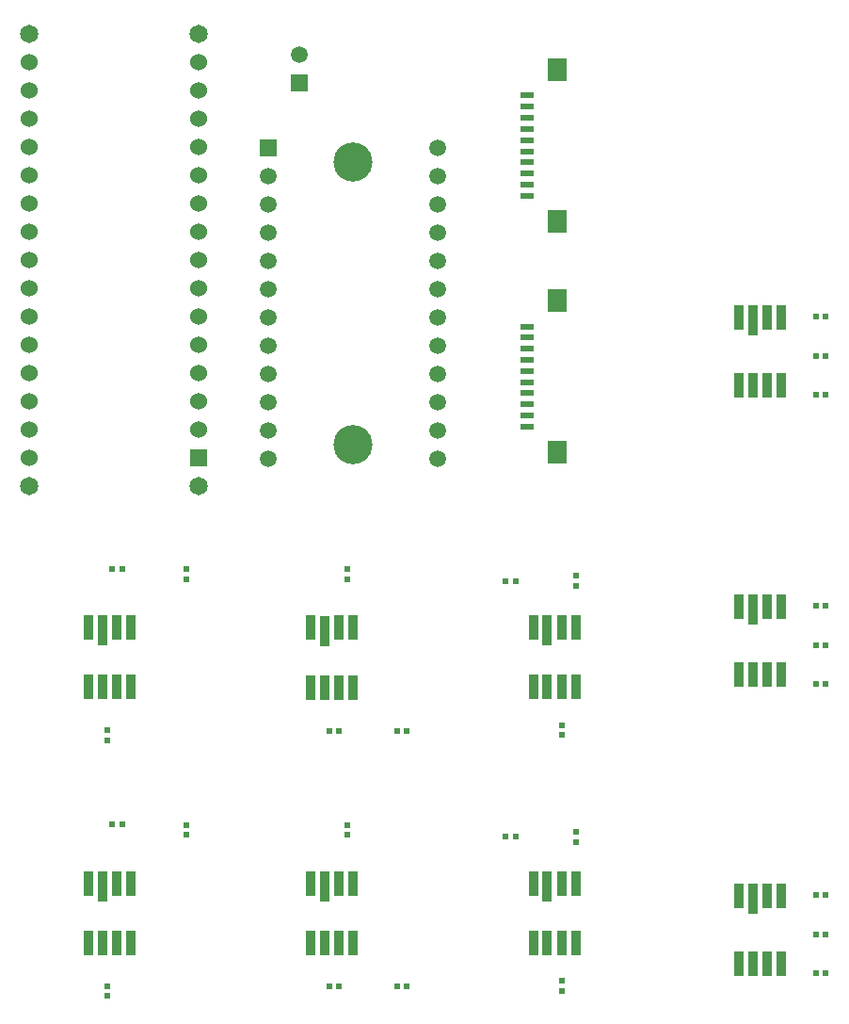
<source format=gbr>
%TF.GenerationSoftware,Altium Limited,Altium Designer,24.3.1 (35)*%
G04 Layer_Color=255*
%FSLAX45Y45*%
%MOMM*%
%TF.SameCoordinates,065391E9-2A1D-4ECE-AA0D-878B158C5FC5*%
%TF.FilePolarity,Positive*%
%TF.FileFunction,Pads,Top*%
%TF.Part,CustomerPanel*%
G01*
G75*
%TA.AperFunction,SMDPad,CuDef*%
%ADD10R,1.80000X2.00000*%
%ADD11R,1.30000X0.60000*%
G04:AMPARAMS|DCode=14|XSize=0.55mm|YSize=0.5mm|CornerRadius=0.0625mm|HoleSize=0mm|Usage=FLASHONLY|Rotation=0.000|XOffset=0mm|YOffset=0mm|HoleType=Round|Shape=RoundedRectangle|*
%AMROUNDEDRECTD14*
21,1,0.55000,0.37500,0,0,0.0*
21,1,0.42500,0.50000,0,0,0.0*
1,1,0.12500,0.21250,-0.18750*
1,1,0.12500,-0.21250,-0.18750*
1,1,0.12500,-0.21250,0.18750*
1,1,0.12500,0.21250,0.18750*
%
%ADD14ROUNDEDRECTD14*%
G04:AMPARAMS|DCode=15|XSize=0.55mm|YSize=0.5mm|CornerRadius=0.0625mm|HoleSize=0mm|Usage=FLASHONLY|Rotation=270.000|XOffset=0mm|YOffset=0mm|HoleType=Round|Shape=RoundedRectangle|*
%AMROUNDEDRECTD15*
21,1,0.55000,0.37500,0,0,270.0*
21,1,0.42500,0.50000,0,0,270.0*
1,1,0.12500,-0.18750,-0.21250*
1,1,0.12500,-0.18750,0.21250*
1,1,0.12500,0.18750,0.21250*
1,1,0.12500,0.18750,-0.21250*
%
%ADD15ROUNDEDRECTD15*%
%ADD16R,0.90000X2.25000*%
%ADD17R,0.90000X2.80000*%
%TA.AperFunction,ComponentPad*%
%ADD18C,1.50800*%
%ADD19R,1.50800X1.50800*%
%ADD20C,1.65100*%
%ADD21C,1.52400*%
%ADD22R,1.52400X1.52400*%
%ADD23C,3.51600*%
%ADD24R,1.50800X1.50800*%
D10*
X4927600Y7120001D02*
D03*
Y8479999D02*
D03*
Y6405000D02*
D03*
Y5045003D02*
D03*
D11*
X4652599Y8250002D02*
D03*
Y8150002D02*
D03*
Y8050002D02*
D03*
Y7950002D02*
D03*
Y7850002D02*
D03*
Y7750003D02*
D03*
Y7649998D02*
D03*
Y7549998D02*
D03*
Y7449998D02*
D03*
Y7349998D02*
D03*
Y5275000D02*
D03*
Y5374999D02*
D03*
Y5474999D02*
D03*
Y5574999D02*
D03*
Y5675004D02*
D03*
Y5775004D02*
D03*
Y5875003D02*
D03*
Y5975003D02*
D03*
Y6075003D02*
D03*
Y6175003D02*
D03*
D14*
X876300Y158201D02*
D03*
Y248199D02*
D03*
X1587498Y1695997D02*
D03*
Y1606000D02*
D03*
X876300Y2458201D02*
D03*
Y2548199D02*
D03*
X1587498Y3995997D02*
D03*
Y3906000D02*
D03*
X3041400Y1606001D02*
D03*
Y1696004D02*
D03*
Y3906001D02*
D03*
Y3996004D02*
D03*
X5092200Y1632499D02*
D03*
Y1542501D02*
D03*
X4966600Y203200D02*
D03*
Y293197D02*
D03*
X5092200Y3932499D02*
D03*
Y3842501D02*
D03*
X4966600Y2503200D02*
D03*
Y2593197D02*
D03*
D15*
X920196Y1699300D02*
D03*
X1010199D02*
D03*
X920196Y3999300D02*
D03*
X1010199D02*
D03*
X3574999Y241300D02*
D03*
X3485001D02*
D03*
X2875202D02*
D03*
X2965200D02*
D03*
X3574999Y2541300D02*
D03*
X3485001D02*
D03*
X2875202D02*
D03*
X2965200D02*
D03*
X7250401Y1066800D02*
D03*
X7340399D02*
D03*
X7340404Y361200D02*
D03*
X7250401D02*
D03*
X7340399Y711200D02*
D03*
X7250401D02*
D03*
Y3666800D02*
D03*
X7340399D02*
D03*
X7340404Y2961200D02*
D03*
X7250401D02*
D03*
X7340399Y3311200D02*
D03*
X7250401D02*
D03*
Y6266800D02*
D03*
X7340399D02*
D03*
X7340404Y5561200D02*
D03*
X7250401D02*
D03*
X7340399Y5911200D02*
D03*
X7250401D02*
D03*
X4552999Y1587500D02*
D03*
X4463001D02*
D03*
X4552999Y3887500D02*
D03*
X4463001D02*
D03*
D16*
X711581Y634228D02*
D03*
X836585D02*
D03*
X966582D02*
D03*
X1091585D02*
D03*
X711581Y1169228D02*
D03*
X966582D02*
D03*
X1091585D02*
D03*
X711581Y2934228D02*
D03*
X836585D02*
D03*
X966582D02*
D03*
X1091585D02*
D03*
X711581Y3469228D02*
D03*
X966582D02*
D03*
X1091585D02*
D03*
X2709884Y632526D02*
D03*
X2834883D02*
D03*
X2964885D02*
D03*
X3089884D02*
D03*
X2709884Y1167526D02*
D03*
X2964885D02*
D03*
X3089884D02*
D03*
X2709884Y2932526D02*
D03*
X2834883D02*
D03*
X2964885D02*
D03*
X3089884D02*
D03*
X2709884Y3467526D02*
D03*
X2964885D02*
D03*
X3089884D02*
D03*
X6558800Y444500D02*
D03*
X6939800Y1054100D02*
D03*
X6812800D02*
D03*
X6558800D02*
D03*
X6685800Y444500D02*
D03*
X6812800D02*
D03*
X6939800D02*
D03*
X6558800Y3044500D02*
D03*
X6939800Y3654100D02*
D03*
X6812800D02*
D03*
X6558800D02*
D03*
X6685800Y3044500D02*
D03*
X6812800D02*
D03*
X6939800D02*
D03*
X6558800Y5644500D02*
D03*
X6939800Y6254100D02*
D03*
X6812800D02*
D03*
X6558800D02*
D03*
X6685800Y5644500D02*
D03*
X6812800D02*
D03*
X6939800D02*
D03*
X4711581Y634228D02*
D03*
X4836584D02*
D03*
X4966582D02*
D03*
X5091585D02*
D03*
X4711581Y1169228D02*
D03*
X4966582D02*
D03*
X5091585D02*
D03*
X4711581Y2934228D02*
D03*
X4836584D02*
D03*
X4966582D02*
D03*
X5091585D02*
D03*
X4711581Y3469228D02*
D03*
X4966582D02*
D03*
X5091585D02*
D03*
D17*
X836585Y1141730D02*
D03*
Y3441730D02*
D03*
X2834883Y1140028D02*
D03*
Y3440028D02*
D03*
X6685800Y1028700D02*
D03*
Y3628700D02*
D03*
Y6228700D02*
D03*
X4836584Y1141730D02*
D03*
Y3441730D02*
D03*
D18*
X2603500Y8614800D02*
D03*
X3848100Y7776600D02*
D03*
Y7522600D02*
D03*
Y7268600D02*
D03*
Y7014600D02*
D03*
Y6760600D02*
D03*
Y6506600D02*
D03*
Y6252600D02*
D03*
Y5998600D02*
D03*
Y5744600D02*
D03*
Y5490600D02*
D03*
Y5236600D02*
D03*
Y4982600D02*
D03*
X2324100D02*
D03*
Y5236600D02*
D03*
Y5490600D02*
D03*
Y5744600D02*
D03*
Y5998600D02*
D03*
Y6252600D02*
D03*
Y6506600D02*
D03*
Y6760600D02*
D03*
Y7014600D02*
D03*
Y7268600D02*
D03*
Y7522600D02*
D03*
D19*
X2603500Y8364800D02*
D03*
D20*
X1701800Y8806001D02*
D03*
X177800D02*
D03*
Y4742001D02*
D03*
X1701800D02*
D03*
D21*
X177800Y4996001D02*
D03*
Y5250001D02*
D03*
Y5504001D02*
D03*
Y5758001D02*
D03*
Y6012001D02*
D03*
Y6266001D02*
D03*
Y6520001D02*
D03*
Y6774001D02*
D03*
Y7028001D02*
D03*
Y7282001D02*
D03*
Y7536001D02*
D03*
Y7790001D02*
D03*
Y8044001D02*
D03*
Y8298001D02*
D03*
Y8552001D02*
D03*
X1701800D02*
D03*
Y8298001D02*
D03*
Y8044001D02*
D03*
Y7790001D02*
D03*
Y7536001D02*
D03*
Y7282001D02*
D03*
Y7028001D02*
D03*
Y6774001D02*
D03*
Y6520001D02*
D03*
Y6266001D02*
D03*
Y6012001D02*
D03*
Y5758001D02*
D03*
Y5504001D02*
D03*
Y5250001D02*
D03*
D22*
Y4996001D02*
D03*
D23*
X3086100Y5109600D02*
D03*
Y7649600D02*
D03*
D24*
X2324100Y7776600D02*
D03*
%TF.MD5,696ea9bbea7e6e0aa928281039e25930*%
M02*

</source>
